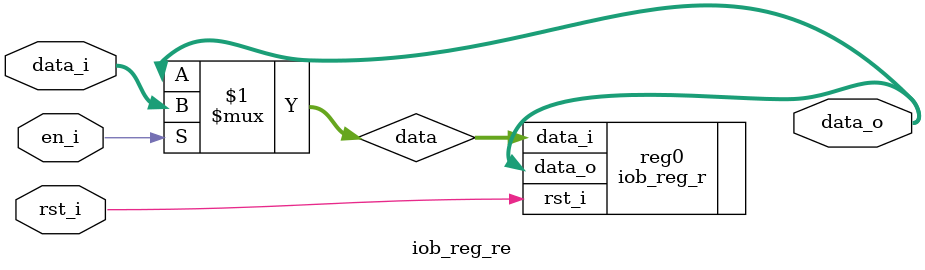
<source format=v>
`timescale 1ns / 1ps

module iob_reg_re #(
   parameter DATA_W  = 21,
   parameter RST_VAL = {DATA_W{1'b0}},
   parameter CLKEDGE = "posedge"
) (
   `include "iob_clk_en_rst_port.vs"

   input rst_i,
   input en_i,

   input  [DATA_W-1:0] data_i,
   output [DATA_W-1:0] data_o
);

   wire [DATA_W-1:0] data = en_i ? data_i : data_o;

   iob_reg_r #(
      .DATA_W (DATA_W),
      .RST_VAL(RST_VAL),
      .CLKEDGE(CLKEDGE)
   ) reg0 (
      `include "iob_clk_en_rst_portmap.vs"

      .rst_i(rst_i),

      .data_i(data),
      .data_o(data_o)
   );

endmodule

</source>
